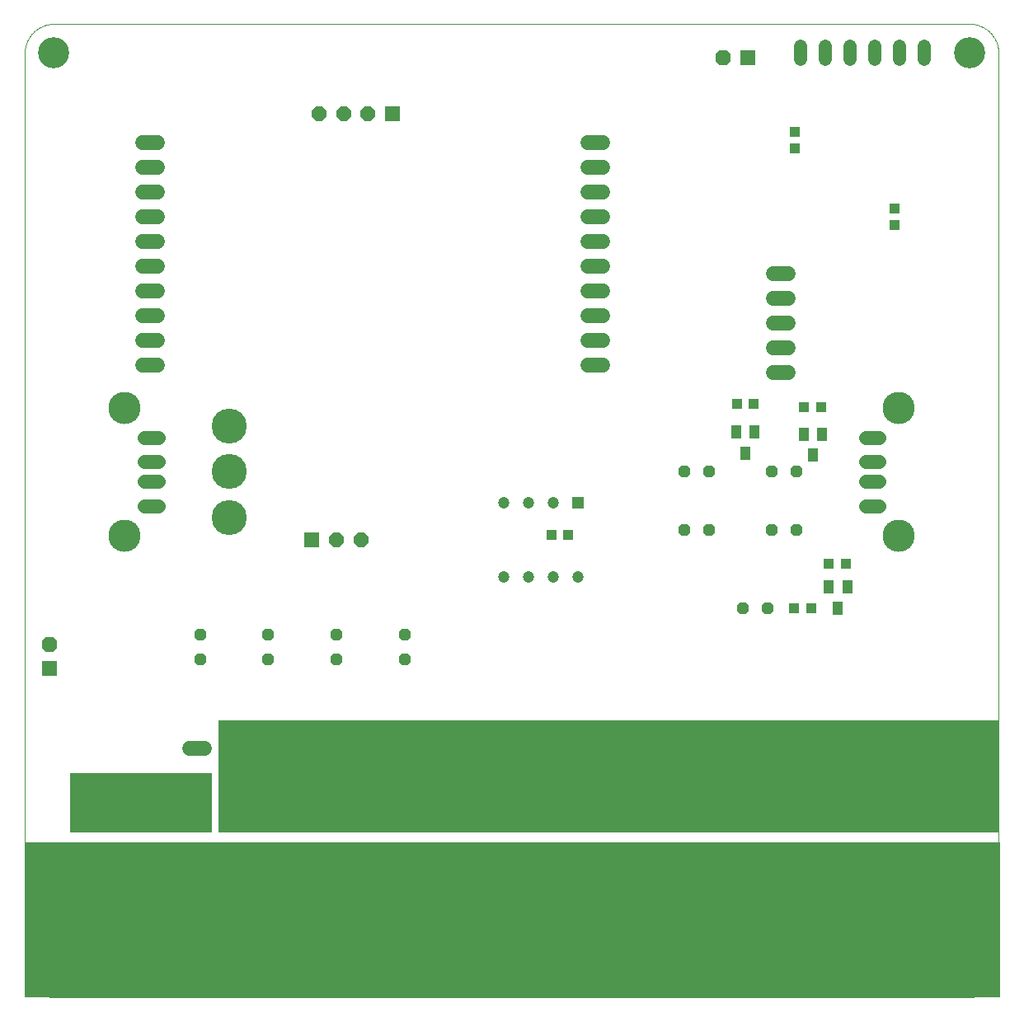
<source format=gbs>
G04 EAGLE Gerber RS-274X export*
G75*
%MOMM*%
%FSLAX34Y34*%
%LPD*%
%INSolder Mask bottom*%
%IPPOS*%
%AMOC8*
5,1,8,0,0,1.08239X$1,22.5*%
G01*
%ADD10C,0.000000*%
%ADD11C,3.200000*%
%ADD12C,1.425000*%
%ADD13C,3.316000*%
%ADD14C,3.600000*%
%ADD15R,1.500000X1.500000*%
%ADD16P,1.623585X8X202.500000*%
%ADD17P,1.319650X8X292.500000*%
%ADD18R,5.100000X5.100000*%
%ADD19C,5.100000*%
%ADD20R,1.200000X1.200000*%
%ADD21C,1.200000*%
%ADD22R,1.575000X1.575000*%
%ADD23C,1.575000*%
%ADD24C,1.524000*%
%ADD25R,1.100000X1.000000*%
%ADD26R,1.000000X1.100000*%
%ADD27R,1.600000X1.600000*%
%ADD28P,1.731824X8X292.500000*%
%ADD29R,1.050000X1.080000*%
%ADD30R,1.000000X1.400000*%
%ADD31P,1.319650X8X22.500000*%
%ADD32C,1.530000*%
%ADD33C,1.371600*%
%ADD34P,1.623585X8X22.500000*%
%ADD35P,1.731824X8X22.500000*%

G36*
X1001050Y-369D02*
X1001050Y-369D01*
X1001101Y-367D01*
X1001133Y-349D01*
X1001169Y-341D01*
X1001208Y-308D01*
X1001253Y-284D01*
X1001274Y-254D01*
X1001302Y-231D01*
X1001323Y-184D01*
X1001353Y-142D01*
X1001361Y-100D01*
X1001373Y-72D01*
X1001372Y-42D01*
X1001380Y0D01*
X1001380Y159000D01*
X1001369Y159050D01*
X1001367Y159101D01*
X1001349Y159133D01*
X1001341Y159169D01*
X1001308Y159208D01*
X1001284Y159253D01*
X1001254Y159274D01*
X1001231Y159302D01*
X1001184Y159323D01*
X1001142Y159353D01*
X1001100Y159361D01*
X1001072Y159373D01*
X1001042Y159372D01*
X1001000Y159380D01*
X0Y159380D01*
X-50Y159369D01*
X-101Y159367D01*
X-133Y159349D01*
X-169Y159341D01*
X-208Y159308D01*
X-253Y159284D01*
X-274Y159254D01*
X-302Y159231D01*
X-323Y159184D01*
X-353Y159142D01*
X-361Y159100D01*
X-373Y159072D01*
X-372Y159042D01*
X-380Y159000D01*
X-380Y0D01*
X-369Y-50D01*
X-367Y-101D01*
X-349Y-133D01*
X-341Y-169D01*
X-308Y-208D01*
X-284Y-253D01*
X-254Y-274D01*
X-231Y-302D01*
X-184Y-323D01*
X-142Y-353D01*
X-100Y-361D01*
X-72Y-373D01*
X-42Y-372D01*
X0Y-380D01*
X1001000Y-380D01*
X1001050Y-369D01*
G37*
G36*
X1000050Y169631D02*
X1000050Y169631D01*
X1000101Y169633D01*
X1000133Y169651D01*
X1000169Y169659D01*
X1000208Y169692D01*
X1000253Y169716D01*
X1000274Y169746D01*
X1000302Y169769D01*
X1000323Y169816D01*
X1000353Y169858D01*
X1000361Y169900D01*
X1000373Y169928D01*
X1000372Y169958D01*
X1000380Y170000D01*
X1000380Y284000D01*
X1000369Y284050D01*
X1000367Y284101D01*
X1000349Y284133D01*
X1000341Y284169D01*
X1000308Y284208D01*
X1000284Y284253D01*
X1000254Y284274D01*
X1000231Y284302D01*
X1000184Y284323D01*
X1000142Y284353D01*
X1000100Y284361D01*
X1000072Y284373D01*
X1000042Y284372D01*
X1000000Y284380D01*
X199000Y284380D01*
X198950Y284369D01*
X198899Y284367D01*
X198867Y284349D01*
X198831Y284341D01*
X198792Y284308D01*
X198747Y284284D01*
X198726Y284254D01*
X198698Y284231D01*
X198677Y284184D01*
X198647Y284142D01*
X198639Y284100D01*
X198627Y284072D01*
X198628Y284042D01*
X198620Y284000D01*
X198620Y170000D01*
X198631Y169950D01*
X198633Y169899D01*
X198651Y169867D01*
X198659Y169831D01*
X198692Y169792D01*
X198716Y169747D01*
X198746Y169726D01*
X198769Y169698D01*
X198816Y169677D01*
X198858Y169647D01*
X198900Y169639D01*
X198928Y169627D01*
X198958Y169628D01*
X199000Y169620D01*
X1000000Y169620D01*
X1000050Y169631D01*
G37*
G36*
X192050Y169631D02*
X192050Y169631D01*
X192101Y169633D01*
X192133Y169651D01*
X192169Y169659D01*
X192208Y169692D01*
X192253Y169716D01*
X192274Y169746D01*
X192302Y169769D01*
X192323Y169816D01*
X192353Y169858D01*
X192361Y169900D01*
X192373Y169928D01*
X192372Y169958D01*
X192380Y170000D01*
X192380Y230000D01*
X192369Y230050D01*
X192367Y230101D01*
X192349Y230133D01*
X192341Y230169D01*
X192308Y230208D01*
X192284Y230253D01*
X192254Y230274D01*
X192231Y230302D01*
X192184Y230323D01*
X192142Y230353D01*
X192100Y230361D01*
X192072Y230373D01*
X192042Y230372D01*
X192000Y230380D01*
X47000Y230380D01*
X46950Y230369D01*
X46899Y230367D01*
X46867Y230349D01*
X46831Y230341D01*
X46792Y230308D01*
X46747Y230284D01*
X46726Y230254D01*
X46698Y230231D01*
X46677Y230184D01*
X46647Y230142D01*
X46639Y230100D01*
X46627Y230072D01*
X46628Y230042D01*
X46620Y230000D01*
X46620Y170000D01*
X46631Y169950D01*
X46633Y169899D01*
X46651Y169867D01*
X46659Y169831D01*
X46692Y169792D01*
X46716Y169747D01*
X46746Y169726D01*
X46769Y169698D01*
X46816Y169677D01*
X46858Y169647D01*
X46900Y169639D01*
X46928Y169627D01*
X46958Y169628D01*
X47000Y169620D01*
X192000Y169620D01*
X192050Y169631D01*
G37*
D10*
X30000Y0D02*
X970000Y0D01*
X1000000Y30000D02*
X1000000Y970000D01*
X970000Y1000000D02*
X30000Y1000000D01*
X0Y970000D02*
X0Y30000D01*
X9Y29275D01*
X35Y28551D01*
X79Y27827D01*
X140Y27105D01*
X219Y26384D01*
X315Y25665D01*
X428Y24949D01*
X559Y24236D01*
X707Y23526D01*
X872Y22821D01*
X1054Y22119D01*
X1253Y21422D01*
X1468Y20729D01*
X1701Y20043D01*
X1950Y19362D01*
X2215Y18687D01*
X2496Y18019D01*
X2794Y17358D01*
X3107Y16704D01*
X3436Y16058D01*
X3781Y15420D01*
X4141Y14791D01*
X4516Y14171D01*
X4906Y13560D01*
X5310Y12958D01*
X5729Y12366D01*
X6163Y11785D01*
X6610Y11214D01*
X7071Y10655D01*
X7545Y10106D01*
X8032Y9570D01*
X8532Y9045D01*
X9045Y8532D01*
X9570Y8032D01*
X10106Y7545D01*
X10655Y7071D01*
X11214Y6610D01*
X11785Y6163D01*
X12366Y5729D01*
X12958Y5310D01*
X13560Y4906D01*
X14171Y4516D01*
X14791Y4141D01*
X15420Y3781D01*
X16058Y3436D01*
X16704Y3107D01*
X17358Y2794D01*
X18019Y2496D01*
X18687Y2215D01*
X19362Y1950D01*
X20043Y1701D01*
X20729Y1468D01*
X21422Y1253D01*
X22119Y1054D01*
X22821Y872D01*
X23526Y707D01*
X24236Y559D01*
X24949Y428D01*
X25665Y315D01*
X26384Y219D01*
X27105Y140D01*
X27827Y79D01*
X28551Y35D01*
X29275Y9D01*
X30000Y0D01*
X0Y970000D02*
X9Y970725D01*
X35Y971449D01*
X79Y972173D01*
X140Y972895D01*
X219Y973616D01*
X315Y974335D01*
X428Y975051D01*
X559Y975764D01*
X707Y976474D01*
X872Y977179D01*
X1054Y977881D01*
X1253Y978578D01*
X1468Y979271D01*
X1701Y979957D01*
X1950Y980638D01*
X2215Y981313D01*
X2496Y981981D01*
X2794Y982642D01*
X3107Y983296D01*
X3436Y983942D01*
X3781Y984580D01*
X4141Y985209D01*
X4516Y985829D01*
X4906Y986440D01*
X5310Y987042D01*
X5729Y987634D01*
X6163Y988215D01*
X6610Y988786D01*
X7071Y989345D01*
X7545Y989894D01*
X8032Y990430D01*
X8532Y990955D01*
X9045Y991468D01*
X9570Y991968D01*
X10106Y992455D01*
X10655Y992929D01*
X11214Y993390D01*
X11785Y993837D01*
X12366Y994271D01*
X12958Y994690D01*
X13560Y995094D01*
X14171Y995484D01*
X14791Y995859D01*
X15420Y996219D01*
X16058Y996564D01*
X16704Y996893D01*
X17358Y997206D01*
X18019Y997504D01*
X18687Y997785D01*
X19362Y998050D01*
X20043Y998299D01*
X20729Y998532D01*
X21422Y998747D01*
X22119Y998946D01*
X22821Y999128D01*
X23526Y999293D01*
X24236Y999441D01*
X24949Y999572D01*
X25665Y999685D01*
X26384Y999781D01*
X27105Y999860D01*
X27827Y999921D01*
X28551Y999965D01*
X29275Y999991D01*
X30000Y1000000D01*
X970000Y1000000D02*
X970725Y999991D01*
X971449Y999965D01*
X972173Y999921D01*
X972895Y999860D01*
X973616Y999781D01*
X974335Y999685D01*
X975051Y999572D01*
X975764Y999441D01*
X976474Y999293D01*
X977179Y999128D01*
X977881Y998946D01*
X978578Y998747D01*
X979271Y998532D01*
X979957Y998299D01*
X980638Y998050D01*
X981313Y997785D01*
X981981Y997504D01*
X982642Y997206D01*
X983296Y996893D01*
X983942Y996564D01*
X984580Y996219D01*
X985209Y995859D01*
X985829Y995484D01*
X986440Y995094D01*
X987042Y994690D01*
X987634Y994271D01*
X988215Y993837D01*
X988786Y993390D01*
X989345Y992929D01*
X989894Y992455D01*
X990430Y991968D01*
X990955Y991468D01*
X991468Y990955D01*
X991968Y990430D01*
X992455Y989894D01*
X992929Y989345D01*
X993390Y988786D01*
X993837Y988215D01*
X994271Y987634D01*
X994690Y987042D01*
X995094Y986440D01*
X995484Y985829D01*
X995859Y985209D01*
X996219Y984580D01*
X996564Y983942D01*
X996893Y983296D01*
X997206Y982642D01*
X997504Y981981D01*
X997785Y981313D01*
X998050Y980638D01*
X998299Y979957D01*
X998532Y979271D01*
X998747Y978578D01*
X998946Y977881D01*
X999128Y977179D01*
X999293Y976474D01*
X999441Y975764D01*
X999572Y975051D01*
X999685Y974335D01*
X999781Y973616D01*
X999860Y972895D01*
X999921Y972173D01*
X999965Y971449D01*
X999991Y970725D01*
X1000000Y970000D01*
X1000000Y30000D02*
X999991Y29275D01*
X999965Y28551D01*
X999921Y27827D01*
X999860Y27105D01*
X999781Y26384D01*
X999685Y25665D01*
X999572Y24949D01*
X999441Y24236D01*
X999293Y23526D01*
X999128Y22821D01*
X998946Y22119D01*
X998747Y21422D01*
X998532Y20729D01*
X998299Y20043D01*
X998050Y19362D01*
X997785Y18687D01*
X997504Y18019D01*
X997206Y17358D01*
X996893Y16704D01*
X996564Y16058D01*
X996219Y15420D01*
X995859Y14791D01*
X995484Y14171D01*
X995094Y13560D01*
X994690Y12958D01*
X994271Y12366D01*
X993837Y11785D01*
X993390Y11214D01*
X992929Y10655D01*
X992455Y10106D01*
X991968Y9570D01*
X991468Y9045D01*
X990955Y8532D01*
X990430Y8032D01*
X989894Y7545D01*
X989345Y7071D01*
X988786Y6610D01*
X988215Y6163D01*
X987634Y5729D01*
X987042Y5310D01*
X986440Y4906D01*
X985829Y4516D01*
X985209Y4141D01*
X984580Y3781D01*
X983942Y3436D01*
X983296Y3107D01*
X982642Y2794D01*
X981981Y2496D01*
X981313Y2215D01*
X980638Y1950D01*
X979957Y1701D01*
X979271Y1468D01*
X978578Y1253D01*
X977881Y1054D01*
X977179Y872D01*
X976474Y707D01*
X975764Y559D01*
X975051Y428D01*
X974335Y315D01*
X973616Y219D01*
X972895Y140D01*
X972173Y79D01*
X971449Y35D01*
X970725Y9D01*
X970000Y0D01*
D11*
X30000Y30000D03*
X30000Y970000D03*
X970000Y30000D03*
X970000Y970000D03*
D12*
X877525Y530000D02*
X863275Y530000D01*
X863275Y550000D02*
X877525Y550000D01*
X877525Y505000D02*
X863275Y505000D01*
X863275Y575000D02*
X877525Y575000D01*
D13*
X897500Y474300D03*
X897500Y605700D03*
D12*
X136725Y550000D02*
X122475Y550000D01*
X122475Y530000D02*
X136725Y530000D01*
X136725Y575000D02*
X122475Y575000D01*
X122475Y505000D02*
X136725Y505000D01*
D13*
X102500Y605700D03*
X102500Y474300D03*
D14*
X210000Y587000D03*
X210000Y540000D03*
X210000Y493000D03*
D15*
X295000Y470000D03*
D16*
X320000Y470000D03*
X345000Y470000D03*
D17*
X180000Y372700D03*
X180000Y347300D03*
X390000Y372700D03*
X390000Y347300D03*
X250000Y372700D03*
X250000Y347300D03*
X320000Y372700D03*
X320000Y347300D03*
D18*
X930000Y200000D03*
D19*
X930000Y128370D03*
D18*
X840000Y200000D03*
D19*
X840000Y128370D03*
D18*
X750000Y200000D03*
D19*
X750000Y128370D03*
D18*
X660000Y200000D03*
D19*
X660000Y128370D03*
D20*
X568100Y508100D03*
D21*
X542700Y508100D03*
X517300Y508100D03*
X491900Y508100D03*
X491900Y431900D03*
X517300Y431900D03*
X542700Y431900D03*
X568100Y431900D03*
D18*
X90000Y200000D03*
D19*
X90000Y128370D03*
D22*
X530000Y125000D03*
D23*
X530000Y200000D03*
D22*
X350000Y125000D03*
D23*
X350000Y200000D03*
D24*
X184120Y255400D02*
X168880Y255400D01*
X206980Y230000D02*
X222220Y230000D01*
X184120Y204600D02*
X168880Y204600D01*
D25*
X893300Y810200D03*
X893300Y793200D03*
D26*
X540800Y475400D03*
X557800Y475400D03*
D27*
X25000Y337500D03*
D28*
X25000Y362500D03*
D29*
X748750Y610000D03*
X731250Y610000D03*
D30*
X740000Y559000D03*
X749500Y581000D03*
X730500Y581000D03*
D29*
X817450Y606200D03*
X799950Y606200D03*
D30*
X809300Y556700D03*
X818800Y578700D03*
X799800Y578700D03*
D31*
X677300Y540000D03*
X702700Y540000D03*
X767300Y540000D03*
X792700Y540000D03*
X677300Y480000D03*
X702700Y480000D03*
X767300Y480000D03*
X792700Y480000D03*
D32*
X136550Y750650D02*
X121250Y750650D01*
X121250Y725250D02*
X136550Y725250D01*
X136550Y699850D02*
X121250Y699850D01*
X121250Y674450D02*
X136550Y674450D01*
X136550Y649050D02*
X121250Y649050D01*
X121250Y776050D02*
X136550Y776050D01*
X136550Y801450D02*
X121250Y801450D01*
X121250Y826850D02*
X136550Y826850D01*
X136550Y852250D02*
X121250Y852250D01*
X121250Y877650D02*
X136550Y877650D01*
X578450Y750650D02*
X593750Y750650D01*
X593750Y725250D02*
X578450Y725250D01*
X578450Y699850D02*
X593750Y699850D01*
X593750Y674450D02*
X578450Y674450D01*
X578450Y649050D02*
X593750Y649050D01*
X593750Y776050D02*
X578450Y776050D01*
X578450Y801450D02*
X593750Y801450D01*
X593750Y826850D02*
X578450Y826850D01*
X578450Y852250D02*
X593750Y852250D01*
X593750Y877650D02*
X578450Y877650D01*
D33*
X796500Y963142D02*
X796500Y976858D01*
X821900Y976858D02*
X821900Y963142D01*
X847300Y963142D02*
X847300Y976858D01*
X872700Y976858D02*
X872700Y963142D01*
X898100Y963142D02*
X898100Y976858D01*
X923500Y976858D02*
X923500Y963142D01*
D15*
X377500Y907500D03*
D34*
X352500Y907500D03*
X327500Y907500D03*
X302500Y907500D03*
D25*
X790500Y872050D03*
X790500Y889050D03*
D27*
X742500Y965000D03*
D35*
X717500Y965000D03*
D24*
X768380Y743800D02*
X783620Y743800D01*
X783620Y718400D02*
X768380Y718400D01*
X768380Y693000D02*
X783620Y693000D01*
X783620Y667600D02*
X768380Y667600D01*
X768380Y642200D02*
X783620Y642200D01*
D26*
X807300Y400000D03*
X790300Y400000D03*
D29*
X843150Y445600D03*
X825650Y445600D03*
D30*
X835100Y400000D03*
X844600Y422000D03*
X825600Y422000D03*
D31*
X737300Y400000D03*
X762700Y400000D03*
M02*

</source>
